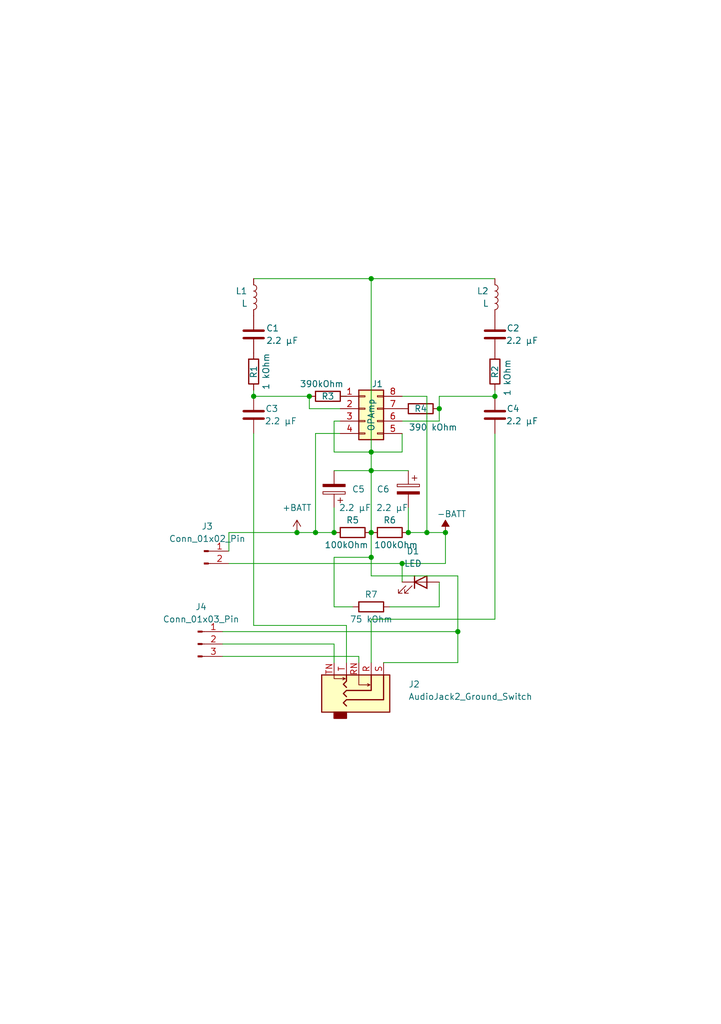
<source format=kicad_sch>
(kicad_sch (version 20230121) (generator eeschema)
  (paper "A5" portrait)
  (title_block (title "ElectroSlatsch") (rev "0.1") (company "Chaospott - RF"))
  (lib_symbols
    (symbol "Connector:Conn_01x02_Pin" (pin_names (offset 1.016) hide)
      (property "Reference" "J" (at 0 2.54 0))
      (property "Value" "Conn_01x02_Pin" (at 0 -5.08 0))
      (symbol "Conn_01x02_Pin_1_1"
        (polyline (pts (xy 1.27 -2.54) (xy 0.8636 -2.54)) (stroke (width 0.1524)))
        (polyline (pts (xy 1.27 0) (xy 0.8636 0)) (stroke (width 0.1524)))
        (rectangle (start 0.8636 -2.413) (end 0 -2.667) (stroke (width 0.1524)) (fill (type outline)))
        (rectangle (start 0.8636 0.127) (end 0 -0.127) (stroke (width 0.1524)) (fill (type outline)))
        (pin passive line (at 5.08 0 180) (length 3.81) (name "Pin_1") (number "1"))
        (pin passive line (at 5.08 -2.54 180) (length 3.81) (name "Pin_2") (number "2"))
      )
    )
    (symbol "Connector:Conn_01x03_Pin" (pin_names (offset 1.016) hide)
      (property "Reference" "J" (at 0 5.08 0))
      (property "Value" "Conn_01x03_Pin" (at 0 -5.08 0))
      (symbol "Conn_01x03_Pin_1_1"
        (polyline (pts (xy 1.27 -2.54) (xy 0.8636 -2.54)) (stroke (width 0.1524)))
        (polyline (pts (xy 1.27 0) (xy 0.8636 0)) (stroke (width 0.1524)))
        (polyline (pts (xy 1.27 2.54) (xy 0.8636 2.54)) (stroke (width 0.1524)))
        (rectangle (start 0.8636 -2.413) (end 0 -2.667) (stroke (width 0.1524)) (fill (type outline)))
        (rectangle (start 0.8636 0.127) (end 0 -0.127) (stroke (width 0.1524)) (fill (type outline)))
        (rectangle (start 0.8636 2.667) (end 0 2.413) (stroke (width 0.1524)) (fill (type outline)))
        (pin passive line (at 5.08 2.54 180) (length 3.81) (name "Pin_1") (number "1"))
        (pin passive line (at 5.08 0 180) (length 3.81) (name "Pin_2") (number "2"))
        (pin passive line (at 5.08 -2.54 180) (length 3.81) (name "Pin_3") (number "3"))
      )
    )
    (symbol "Connector_Audio:AudioJack3_SwitchTR"
      (property "Reference" "J" (at 0 8.89 0))
      (property "Value" "AudioJack3_SwitchTR" (at 0 6.35 0))
      (symbol "AudioJack3_SwitchTR_0_1"
        (rectangle (start -5.08 -5.08) (end -6.35 -7.62) (stroke (width 0.254)) (fill (type outline)))
        (polyline (pts (xy 0.508 -0.254) (xy 0.762 -0.762)))
        (polyline (pts (xy 1.778 -5.334) (xy 2.032 -5.842)))
        (polyline (pts (xy 0 -5.08) (xy 0.635 -5.715) (xy 1.27 -5.08) (xy 2.54 -5.08)) (stroke (width 0.254)))
        (polyline (pts (xy 2.54 -7.62) (xy 1.778 -7.62) (xy 1.778 -5.334) (xy 1.524 -5.842)))
        (polyline (pts (xy 2.54 -2.54) (xy 0.508 -2.54) (xy 0.508 -0.254) (xy 0.254 -0.762)))
        (polyline (pts (xy -1.905 -5.08) (xy -1.27 -5.715) (xy -0.635 -5.08) (xy -0.635 0) (xy 2.54 0)) (stroke (width 0.254)))
        (polyline (pts (xy 2.54 2.54) (xy -2.54 2.54) (xy -2.54 -5.08) (xy -3.175 -5.715) (xy -3.81 -5.08)) (stroke (width 0.254)))
        (rectangle (start 2.54 3.81) (end -5.08 -10.16) (stroke (width 0.254)) (fill (type background)))
      )
      (symbol "AudioJack3_SwitchTR_1_1"
        (pin passive line (at 5.08 0 180) (length 2.54) (name "~") (number "R"))
        (pin passive line (at 5.08 -2.54 180) (length 2.54) (name "~") (number "RN"))
        (pin passive line (at 5.08 2.54 180) (length 2.54) (name "~") (number "S"))
        (pin passive line (at 5.08 -5.08 180) (length 2.54) (name "~") (number "T"))
        (pin passive line (at 5.08 -7.62 180) (length 2.54) (name "~") (number "TN"))
      )
    )
    (symbol "Connector_Generic:Conn_02x04_Counter_Clockwise" (pin_names (offset 1.016) hide)
      (property "Reference" "J" (at 1.27 5.08 0))
      (property "Value" "Conn_02x04_Counter_Clockwise" (at 1.27 -7.62 0))
      (symbol "Conn_02x04_Counter_Clockwise_1_1"
        (rectangle (start -1.27 -4.953) (end 0 -5.207) (stroke (width 0.1524)))
        (rectangle (start -1.27 -2.413) (end 0 -2.667) (stroke (width 0.1524)))
        (rectangle (start -1.27 0.127) (end 0 -0.127) (stroke (width 0.1524)))
        (rectangle (start -1.27 2.667) (end 0 2.413) (stroke (width 0.1524)))
        (rectangle (start -1.27 3.81) (end 3.81 -6.35) (stroke (width 0.254)) (fill (type background)))
        (rectangle (start 3.81 -4.953) (end 2.54 -5.207) (stroke (width 0.1524)))
        (rectangle (start 3.81 -2.413) (end 2.54 -2.667) (stroke (width 0.1524)))
        (rectangle (start 3.81 0.127) (end 2.54 -0.127) (stroke (width 0.1524)))
        (rectangle (start 3.81 2.667) (end 2.54 2.413) (stroke (width 0.1524)))
        (pin passive line (at -5.08 2.54 0) (length 3.81) (name "Pin_1") (number "1"))
        (pin passive line (at -5.08 0 0) (length 3.81) (name "Pin_2") (number "2"))
        (pin passive line (at -5.08 -2.54 0) (length 3.81) (name "Pin_3") (number "3"))
        (pin passive line (at -5.08 -5.08 0) (length 3.81) (name "Pin_4") (number "4"))
        (pin passive line (at 7.62 -5.08 180) (length 3.81) (name "Pin_5") (number "5"))
        (pin passive line (at 7.62 -2.54 180) (length 3.81) (name "Pin_6") (number "6"))
        (pin passive line (at 7.62 0 180) (length 3.81) (name "Pin_7") (number "7"))
        (pin passive line (at 7.62 2.54 180) (length 3.81) (name "Pin_8") (number "8"))
      )
    )
    (symbol "Device:C" (pin_numbers hide) (pin_names (offset 0.254))
      (property "Reference" "C" (at 0.635 2.54 0))
      (property "Value" "C" (at 0.635 -2.54 0))
      (symbol "C_0_1"
        (polyline (pts (xy -2.032 -0.762) (xy 2.032 -0.762)) (stroke (width 0.508)))
        (polyline (pts (xy -2.032 0.762) (xy 2.032 0.762)) (stroke (width 0.508)))
      )
      (symbol "C_1_1"
        (pin passive line (at 0 3.81 270) (length 2.794) (name "~") (number "1"))
        (pin passive line (at 0 -3.81 90) (length 2.794) (name "~") (number "2"))
      )
    )
    (symbol "Device:C_Polarized" (pin_numbers hide) (pin_names (offset 0.254))
      (property "Reference" "C" (at 0.635 2.54 0))
      (property "Value" "C_Polarized" (at 0.635 -2.54 0))
      (symbol "C_Polarized_0_1"
        (rectangle (start -2.286 0.508) (end 2.286 1.016))
        (polyline (pts (xy -1.778 2.286) (xy -0.762 2.286)))
        (polyline (pts (xy -1.27 2.794) (xy -1.27 1.778)))
        (rectangle (start 2.286 -0.508) (end -2.286 -1.016) (fill (type outline)))
      )
      (symbol "C_Polarized_1_1"
        (pin passive line (at 0 3.81 270) (length 2.794) (name "~") (number "1"))
        (pin passive line (at 0 -3.81 90) (length 2.794) (name "~") (number "2"))
      )
    )
    (symbol "Device:L" (pin_numbers hide) (pin_names (offset 1.016) hide)
      (property "Reference" "L" (at -1.27 0 90))
      (property "Value" "L" (at 1.905 0 90))
      (symbol "L_0_1"
        (arc (start 0 -2.54) (mid 0.6323 -1.905) (end 0 -1.27))
        (arc (start 0 -1.27) (mid 0.6323 -0.635) (end 0 0))
        (arc (start 0 0) (mid 0.6323 0.635) (end 0 1.27))
        (arc (start 0 1.27) (mid 0.6323 1.905) (end 0 2.54))
      )
      (symbol "L_1_1"
        (pin passive line (at 0 3.81 270) (length 1.27) (name "1") (number "1"))
        (pin passive line (at 0 -3.81 90) (length 1.27) (name "2") (number "2"))
      )
    )
    (symbol "Device:LED" (pin_numbers hide) (pin_names (offset 1.016) hide)
      (property "Reference" "D" (at 0 2.54 0))
      (property "Value" "LED" (at 0 -2.54 0))
      (symbol "LED_0_1"
        (polyline (pts (xy -1.27 -1.27) (xy -1.27 1.27)) (stroke (width 0.254)))
        (polyline (pts (xy -1.27 0) (xy 1.27 0)))
        (polyline (pts (xy 1.27 -1.27) (xy 1.27 1.27) (xy -1.27 0) (xy 1.27 -1.27)) (stroke (width 0.254)))
        (polyline (pts (xy -3.048 -0.762) (xy -4.572 -2.286) (xy -3.81 -2.286) (xy -4.572 -2.286) (xy -4.572 -1.524)))
        (polyline (pts (xy -1.778 -0.762) (xy -3.302 -2.286) (xy -2.54 -2.286) (xy -3.302 -2.286) (xy -3.302 -1.524)))
      )
      (symbol "LED_1_1"
        (pin passive line (at -3.81 0 0) (length 2.54) (name "K") (number "1"))
        (pin passive line (at 3.81 0 180) (length 2.54) (name "A") (number "2"))
      )
    )
    (symbol "Device:R" (pin_numbers hide) (pin_names (offset 0))
      (property "Reference" "R" (at 2.032 0 90))
      (property "Value" "R" (at 0 0 90))
      (symbol "R_0_1"
        (rectangle (start -1.016 -2.54) (end 1.016 2.54) (stroke (width 0.254)))
      )
      (symbol "R_1_1"
        (pin passive line (at 0 3.81 270) (length 1.27) (name "~") (number "1"))
        (pin passive line (at 0 -3.81 90) (length 1.27) (name "~") (number "2"))
      )
    )
    (symbol "power:+BATT" (power) (pin_names (offset 0))
      (property "Value" "+BATT" (at 0 3.556 0))
      (symbol "+BATT_0_1"
        (polyline (pts (xy -0.762 1.27) (xy 0 2.54)))
        (polyline (pts (xy 0 0) (xy 0 2.54)))
        (polyline (pts (xy 0 2.54) (xy 0.762 1.27)))
      )
      (symbol "+BATT_1_1"
        (pin power_in line (at 0 0 90) (length 0) hide (name "+BATT") (number "1"))
      )
    )
    (symbol "power:-BATT" (power) (pin_names (offset 0))
      (property "Value" "-BATT" (at 0 3.556 0))
      (symbol "-BATT_0_1"
        (polyline (pts (xy 0 0) (xy 0 2.54)))
        (polyline (pts (xy 0.762 1.27) (xy -0.762 1.27) (xy 0 2.54) (xy 0.762 1.27)) (fill (type outline)))
      )
      (symbol "-BATT_1_1"
        (pin power_in line (at 0 0 90) (length 0) hide (name "-BATT") (number "1"))
      )
    )
  )
  (junction (at 101.6 81.28))
  (junction (at 76.2 92.71))
  (junction (at 90.17 83.82))
  (junction (at 60.96 109.22))
  (junction (at 63.5 81.28))
  (junction (at 83.82 109.22))
  (junction (at 76.2 114.3))
  (junction (at 52.07 81.28))
  (junction (at 76.2 57.15))
  (junction (at 91.44 109.22))
  (junction (at 64.77 109.22))
  (junction (at 82.55 115.57))
  (junction (at 76.2 96.52))
  (junction (at 93.98 129.54))
  (junction (at 68.58 109.22))
  (junction (at 76.2 109.22))
  (junction (at 87.63 109.22))
  (wire (pts (xy 78.74 135.89) (xy 93.98 135.89)))
  (wire (pts (xy 76.2 109.22) (xy 76.2 114.3)))
  (wire (pts (xy 52.07 81.28) (xy 63.5 81.28)))
  (wire (pts (xy 101.6 80.01) (xy 101.6 81.28)))
  (wire (pts (xy 76.2 127) (xy 76.2 135.89)))
  (wire (pts (xy 52.07 88.9) (xy 52.07 128.27)))
  (wire (pts (xy 68.58 92.71) (xy 76.2 92.71)))
  (wire (pts (xy 45.72 132.08) (xy 68.58 132.08)))
  (wire (pts (xy 83.82 104.14) (xy 83.82 109.22)))
  (wire (pts (xy 93.98 129.54) (xy 93.98 118.11)))
  (wire (pts (xy 82.55 86.36) (xy 90.17 86.36)))
  (wire (pts (xy 71.12 128.27) (xy 71.12 135.89)))
  (wire (pts (xy 68.58 96.52) (xy 76.2 96.52)))
  (wire (pts (xy 76.2 92.71) (xy 76.2 96.52)))
  (wire (pts (xy 76.2 118.11) (xy 93.98 118.11)))
  (wire (pts (xy 69.85 81.28) (xy 71.12 81.28)))
  (wire (pts (xy 101.6 81.28) (xy 90.17 81.28)))
  (wire (pts (xy 80.01 124.46) (xy 90.17 124.46)))
  (wire (pts (xy 45.72 129.54) (xy 93.98 129.54)))
  (wire (pts (xy 68.58 114.3) (xy 68.58 124.46)))
  (wire (pts (xy 93.98 129.54) (xy 93.98 135.89)))
  (wire (pts (xy 82.55 88.9) (xy 82.55 92.71)))
  (wire (pts (xy 52.07 57.15) (xy 76.2 57.15)))
  (wire (pts (xy 76.2 96.52) (xy 76.2 109.22)))
  (wire (pts (xy 64.77 88.9) (xy 64.77 109.22)))
  (wire (pts (xy 76.2 114.3) (xy 76.2 118.11)))
  (wire (pts (xy 82.55 115.57) (xy 91.44 115.57)))
  (wire (pts (xy 68.58 124.46) (xy 72.39 124.46)))
  (wire (pts (xy 52.07 128.27) (xy 71.12 128.27)))
  (wire (pts (xy 63.5 81.28) (xy 63.5 83.82)))
  (wire (pts (xy 82.55 92.71) (xy 76.2 92.71)))
  (wire (pts (xy 69.85 86.36) (xy 68.58 86.36)))
  (wire (pts (xy 87.63 109.22) (xy 91.44 109.22)))
  (wire (pts (xy 101.6 88.9) (xy 101.6 127)))
  (wire (pts (xy 73.66 134.62) (xy 73.66 135.89)))
  (wire (pts (xy 68.58 86.36) (xy 68.58 92.71)))
  (wire (pts (xy 46.99 115.57) (xy 82.55 115.57)))
  (wire (pts (xy 76.2 57.15) (xy 76.2 92.71)))
  (wire (pts (xy 60.96 109.22) (xy 46.99 109.22)))
  (wire (pts (xy 90.17 119.38) (xy 90.17 124.46)))
  (wire (pts (xy 68.58 104.14) (xy 68.58 109.22)))
  (wire (pts (xy 90.17 81.28) (xy 90.17 83.82)))
  (wire (pts (xy 91.44 115.57) (xy 91.44 109.22)))
  (wire (pts (xy 52.07 80.01) (xy 52.07 81.28)))
  (wire (pts (xy 82.55 119.38) (xy 82.55 115.57)))
  (wire (pts (xy 76.2 57.15) (xy 101.6 57.15)))
  (wire (pts (xy 87.63 81.28) (xy 87.63 109.22)))
  (wire (pts (xy 64.77 88.9) (xy 69.85 88.9)))
  (wire (pts (xy 46.99 109.22) (xy 46.99 113.03)))
  (wire (pts (xy 64.77 109.22) (xy 60.96 109.22)))
  (wire (pts (xy 76.2 127) (xy 101.6 127)))
  (wire (pts (xy 64.77 109.22) (xy 68.58 109.22)))
  (wire (pts (xy 76.2 114.3) (xy 68.58 114.3)))
  (wire (pts (xy 82.55 81.28) (xy 87.63 81.28)))
  (wire (pts (xy 63.5 83.82) (xy 69.85 83.82)))
  (wire (pts (xy 68.58 132.08) (xy 68.58 135.89)))
  (wire (pts (xy 90.17 83.82) (xy 90.17 86.36)))
  (wire (pts (xy 83.82 109.22) (xy 87.63 109.22)))
  (wire (pts (xy 45.72 134.62) (xy 73.66 134.62)))
  (wire (pts (xy 76.2 96.52) (xy 83.82 96.52)))
  (symbol (lib_id "Device:LED") (at 86.36 119.38 0) (unit 1)
    (property "Reference" "D1" (at 84.7725 113.03 0))
    (property "Value" "LED" (at 84.7725 115.57 0))
    (property "Footprint" "LED_THT:LED_D4.0mm" (effects hide))
  )
  (symbol (lib_id "Device:R") (at 67.31 81.28 270) (unit 1)
    (property "Reference" "R3" (at 67.31 81.28 90))
    (property "Value" "390kOhm" (at 66.04 78.74 90))
    (property "Footprint" "Resistor_THT:R_Box_L8.4mm_W2.5mm_P5.08mm" (effects hide))
  )
  (symbol (lib_id "Device:R") (at 72.39 109.22 270) (unit 1)
    (property "Reference" "R5" (at 72.39 106.68 90))
    (property "Value" "100kOhm" (at 71.12 111.76 90))
    (property "Footprint" "Resistor_THT:R_Box_L8.4mm_W2.5mm_P5.08mm" (effects hide))
  )
  (symbol (lib_id "Device:R") (at 76.2 124.46 270) (unit 1)
    (property "Reference" "R7" (at 76.2 121.92 90))
    (property "Value" "75 kOhm" (at 76.2 127 90))
    (property "Footprint" "Resistor_THT:R_Box_L8.4mm_W2.5mm_P5.08mm" (effects hide))
  )
  (symbol (lib_id "Device:R") (at 80.01 109.22 270) (unit 1)
    (property "Reference" "R6" (at 80.01 106.68 90))
    (property "Value" "100kOhm" (at 81.28 111.76 90))
    (property "Footprint" "Resistor_THT:R_Box_L8.4mm_W2.5mm_P5.08mm" (effects hide))
  )
  (symbol (lib_id "Connector_Audio:AudioJack3_SwitchTR") (at 76.2 140.97 270) (mirror x) (unit 1)
    (property "Reference" "J2" (at 83.82 140.335 90) (effects (justify left)))
    (property "Value" "AudioJack2_Ground_Switch" (at 83.82 142.875 90) (effects (justify left)))
    (property "Footprint" "Connector_Audio:Jack_3.5mm_CUI_SJ1-3525N_Horizontal" (effects hide))
  )
  (symbol (lib_id "Device:L") (at 101.6 60.96 0) (mirror x) (unit 1)
    (property "Reference" "L2" (at 100.33 59.69 0) (effects (justify right)))
    (property "Value" "L" (at 100.33 62.23 0) (effects (justify right)))
    (property "Footprint" "Inductor_THT:L_Axial_L7.0mm_D3.3mm_P5.08mm_Vertical_Fastron_MICC" (effects hide))
  )
  (symbol (lib_id "Connector_Generic:Conn_02x04_Counter_Clockwise") (at 74.93 83.82 0) (unit 1)
    (property "Reference" "J1" (at 77.47 78.74 0))
    (property "Value" "OPAmp" (at 76.2 85.09 90))
    (property "Footprint" "Package_DIP:DIP-8_W7.62mm_Socket" (effects hide))
  )
  (symbol (lib_id "Device:C_Polarized") (at 83.82 100.33 0) (mirror y) (unit 1)
    (property "Reference" "C6" (at 80.01 100.33 0) (effects (justify left)))
    (property "Value" "2.2 µF" (at 83.82 104.14 0) (effects (justify left)))
    (property "Footprint" "Capacitor_THT:CP_Radial_D4.0mm_P2.00mm" (effects hide))
  )
  (symbol (lib_id "Device:C") (at 52.07 68.58 0) (mirror x) (unit 1)
    (property "Reference" "C1" (at 54.61 67.31 0) (effects (justify left)))
    (property "Value" "2.2 µF" (at 54.61 69.85 0) (effects (justify left)))
    (property "Footprint" "Capacitor_THT:CP_Radial_D4.0mm_P2.00mm" (effects hide))
  )
  (symbol (lib_id "Device:C") (at 101.6 85.09 180) (unit 1)
    (property "Reference" "C4" (at 106.68 83.82 0) (effects (justify left)))
    (property "Value" "2.2 µF" (at 110.49 86.36 0) (effects (justify left)))
    (property "Footprint" "Capacitor_THT:CP_Radial_D4.0mm_P2.00mm" (effects hide))
  )
  (symbol (lib_id "Device:R") (at 86.36 83.82 270) (unit 1)
    (property "Reference" "R4" (at 86.36 83.82 90))
    (property "Value" "390 kOhm" (at 88.9 87.63 90))
    (property "Footprint" "Resistor_THT:R_Box_L8.4mm_W2.5mm_P5.08mm" (effects hide))
  )
  (symbol (lib_id "Connector:Conn_01x03_Pin") (at 40.64 132.08 0) (unit 1)
    (property "Reference" "J4" (at 41.275 124.46 0))
    (property "Value" "Conn_01x03_Pin" (at 41.275 127 0))
    (property "Footprint" "Connector_PinHeader_2.54mm:PinHeader_1x03_P2.54mm_Vertical" (effects hide))
  )
  (symbol (lib_id "Device:L") (at 52.07 60.96 0) (mirror x) (unit 1)
    (property "Reference" "L1" (at 50.8 59.69 0) (effects (justify right)))
    (property "Value" "L" (at 50.8 62.23 0) (effects (justify right)))
    (property "Footprint" "Inductor_THT:L_Axial_L7.0mm_D3.3mm_P5.08mm_Vertical_Fastron_MICC" (effects hide))
  )
  (symbol (lib_id "Connector:Conn_01x02_Pin") (at 41.91 113.03 0) (unit 1)
    (property "Reference" "J3" (at 42.545 107.95 0))
    (property "Value" "Conn_01x02_Pin" (at 42.545 110.49 0))
    (property "Footprint" "Connector_PinHeader_2.54mm:PinHeader_1x02_P2.54mm_Vertical" (effects hide))
  )
  (symbol (lib_id "Device:R") (at 101.6 76.2 0) (mirror x) (unit 1)
    (property "Reference" "R2" (at 101.6 74.93 90) (effects (justify left)))
    (property "Value" "1 kOhm" (at 104.14 73.66 90) (effects (justify left)))
    (property "Footprint" "Resistor_THT:R_Box_L8.4mm_W2.5mm_P5.08mm" (effects hide))
  )
  (symbol (lib_id "Device:R") (at 52.07 76.2 0) (mirror x) (unit 1)
    (property "Reference" "R1" (at 52.07 74.93 90) (effects (justify left)))
    (property "Value" "1 kOhm" (at 54.61 72.39 90) (effects (justify left)))
    (property "Footprint" "Resistor_THT:R_Box_L8.4mm_W2.5mm_P5.08mm" (effects hide))
  )
  (symbol (lib_id "power:+BATT") (at 60.96 109.22 0) (unit 1)
    (property "Reference" "#PWR02" (effects hide))
    (property "Value" "+BATT" (at 60.96 104.14 0))
    (property "Footprint" "Connector_Pin:Pin_D1.0mm_L10.0mm_LooseFit" (effects hide))
  )
  (symbol (lib_id "power:-BATT") (at 91.44 109.22 0) (unit 1)
    (property "Reference" "#PWR03" (effects hide))
    (property "Value" "-BATT" (at 92.71 105.41 0))
    (property "Footprint" "Connector_Pin:Pin_D1.0mm_L10.0mm_LooseFit" (effects hide))
  )
  (symbol (lib_id "Device:C_Polarized") (at 68.58 100.33 180) (unit 1)
    (property "Reference" "C5" (at 74.93 100.33 0) (effects (justify left)))
    (property "Value" "2.2 µF" (at 76.2 104.14 0) (effects (justify left)))
    (property "Footprint" "Capacitor_THT:CP_Radial_D4.0mm_P2.00mm" (effects hide))
  )
  (symbol (lib_id "Device:C") (at 101.6 68.58 180) (unit 1)
    (property "Reference" "C2" (at 106.68 67.31 0) (effects (justify left)))
    (property "Value" "2.2 µF" (at 110.49 69.85 0) (effects (justify left)))
    (property "Footprint" "Capacitor_THT:CP_Radial_D4.0mm_P2.00mm" (effects hide))
  )
  (symbol (lib_id "Device:C") (at 52.07 85.09 180) (unit 1)
    (property "Reference" "C3" (at 57.15 83.82 0) (effects (justify left)))
    (property "Value" "2.2 µF" (at 60.96 86.36 0) (effects (justify left)))
    (property "Footprint" "Capacitor_THT:CP_Radial_D4.0mm_P2.00mm" (effects hide))
  )
)
</source>
